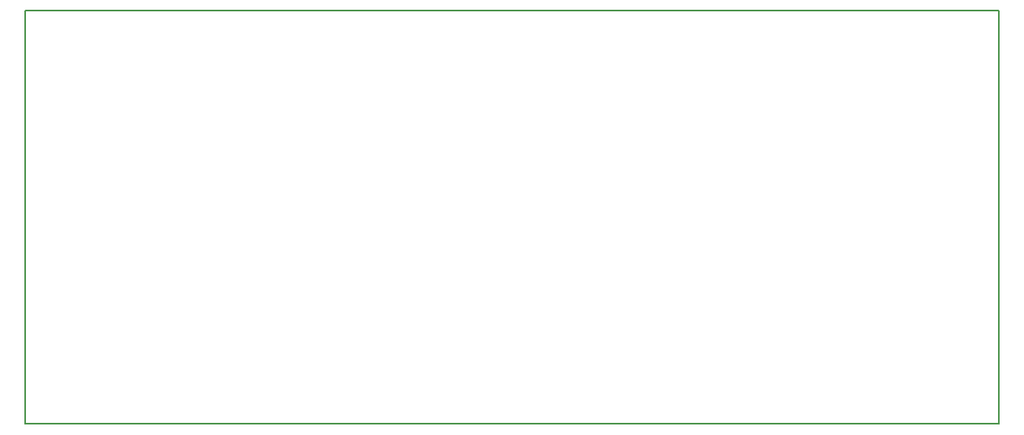
<source format=gm1>
G04 #@! TF.FileFunction,Profile,NP*
%FSLAX46Y46*%
G04 Gerber Fmt 4.6, Leading zero omitted, Abs format (unit mm)*
G04 Created by KiCad (PCBNEW 4.0.5) date 07/18/17 15:12:47*
%MOMM*%
%LPD*%
G01*
G04 APERTURE LIST*
%ADD10C,0.100000*%
%ADD11C,0.150000*%
G04 APERTURE END LIST*
D10*
D11*
X115050000Y6350000D02*
X115050000Y-36830000D01*
X13450000Y-36830000D02*
X115050000Y-36830000D01*
X115050000Y6350000D02*
X13450000Y6350000D01*
X13450000Y6350000D02*
X13450000Y-36830000D01*
M02*

</source>
